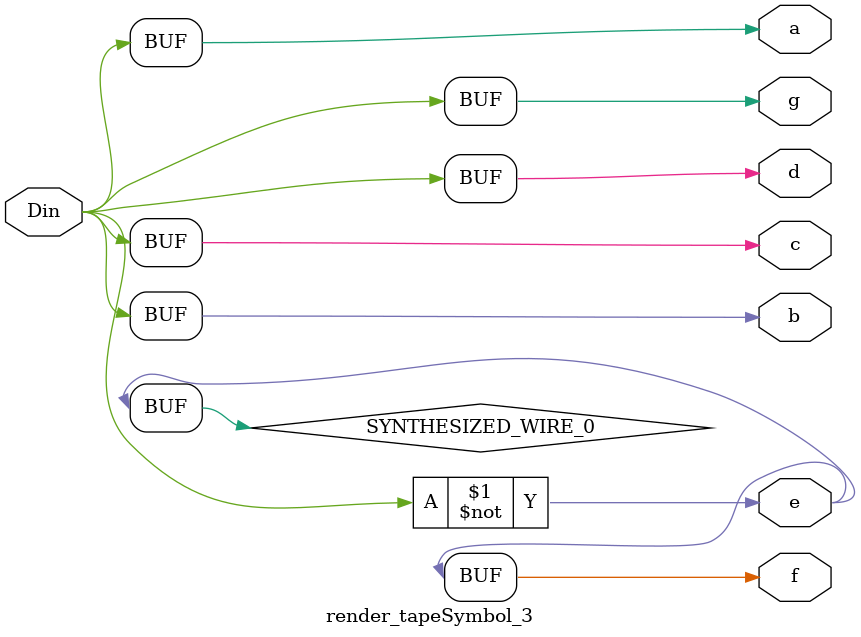
<source format=v>


module render_tapeSymbol_3(
	Din,
	a,
	b,
	c,
	d,
	e,
	f,
	g
);


input wire	Din;
output wire	a;
output wire	b;
output wire	c;
output wire	d;
output wire	e;
output wire	f;
output wire	g;

wire	SYNTHESIZED_WIRE_0;

assign	a = Din;
assign	b = Din;
assign	c = Din;
assign	d = Din;
assign	g = Din;
assign	e = SYNTHESIZED_WIRE_0;
assign	f = SYNTHESIZED_WIRE_0;



assign	SYNTHESIZED_WIRE_0 =  ~Din;


endmodule

</source>
